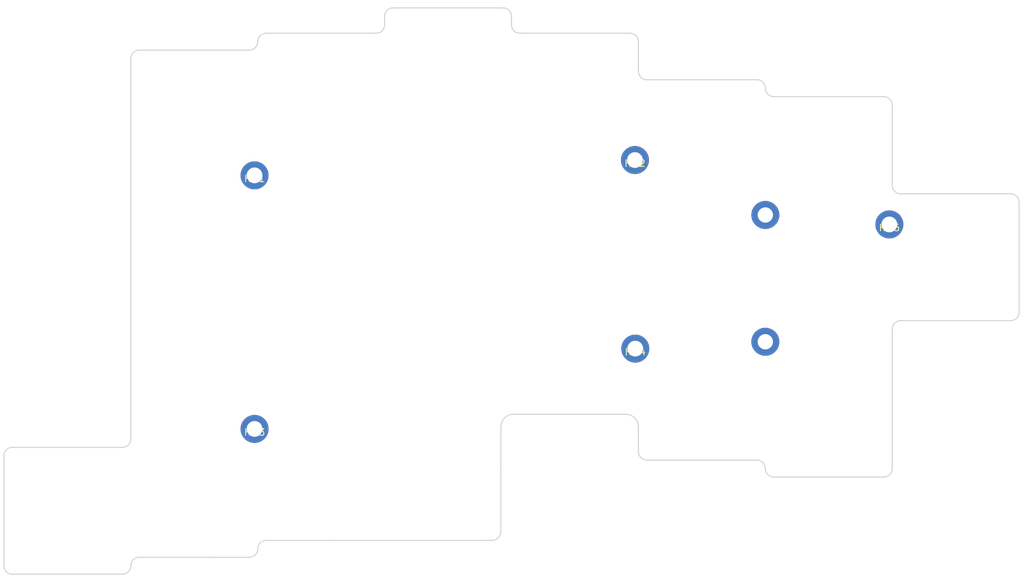
<source format=kicad_pcb>
(kicad_pcb (version 20211014) (generator pcbnew)
  (layers (0 "F.Cu" signal) (31 "B.Cu" signal) (34 "B.Paste" user) (35 "F.Paste" user) (36 "B.SilkS" user "B.Silkscreen") (37 "F.SilkS" user "F.Silkscreen") (38 "B.Mask" user) (39 "F.Mask" user) (44 "Edge.Cuts" user))
  (net 0 "")
  (net 1 "GND")
  (footprint "" (layer "F.Cu") (at 136.525 88.9)
    (fp_text reference "" (at 0 0) (layer "F.SilkS") (effects (font (size 1.27 1.27))))
    (fp_text value "" (at 0 0) (layer "F.SilkS") (effects (font (size 1.27 1.27))))
    (pad "" thru_hole circle (at 0 0) (size 4.2 4.2) (drill 2.3) (layers *.Cu *.Mask))
  )
  (footprint "kbd:M2_Hole_TH_mod" (layer "F.Cu") (at 59.85 101.995)
    (fp_text reference "HM3" (at 0 0.5) (layer "F.SilkS"))
    (fp_text value "CaseHole")
    (fp_circle (center 0 0) (end 1.15 0) (layer "Edge.Cuts") (width 0.1) (fill none))
    (pad "" thru_hole circle (at 0 0) (size 4.2 4.2) (drill 2.3) (layers *.Cu *.Mask))
  )
  (footprint "kbd:M2_Hole_TH_mod" (layer "F.Cu") (at 155.145948 71.270959)
    (fp_text reference "HM5" (at 0 0.5) (layer "F.SilkS"))
    (fp_text value "CaseHole")
    (fp_circle (center 0 0) (end 1.15 0) (layer "Edge.Cuts") (width 0.1) (fill none))
    (pad "" thru_hole circle (at 0 0) (size 4.2 4.2) (drill 2.3) (layers *.Cu *.Mask))
  )
  (footprint "kbd:M2_Hole_TH_mod" (layer "F.Cu") (at 116.95 61.595)
    (fp_text reference "HM2" (at 0 0.5) (layer "F.SilkS"))
    (fp_text value "CaseHole")
    (fp_circle (center 0 0) (end 1.15 0) (layer "Edge.Cuts") (width 0.1) (fill none))
    (pad "" thru_hole circle (at 0 0) (size 4.2 4.2) (drill 2.3) (layers *.Cu *.Mask))
  )
  (footprint "" (layer "F.Cu") (at 136.525 69.85)
    (fp_text reference "" (at 0 0) (layer "F.SilkS") (effects (font (size 1.27 1.27))))
    (fp_text value "" (at 0 0) (layer "F.SilkS") (effects (font (size 1.27 1.27))))
    (pad "" thru_hole circle (at 0 0) (size 4.2 4.2) (drill 2.3) (layers *.Cu *.Mask))
  )
  (footprint "kbd:M2_Hole_TH_mod" (layer "F.Cu") (at 117 89.93)
    (fp_text reference "HM4" (at 0 0.5) (layer "F.SilkS"))
    (fp_text value "CaseHole")
    (fp_circle (center 0 0) (end 1.15 0) (layer "Edge.Cuts") (width 0.1) (fill none))
    (pad "" thru_hole circle (at 0 0) (size 4.2 4.2) (drill 2.3) (layers *.Cu *.Mask))
  )
  (footprint "kbd:M2_Hole_TH_mod" (layer "F.Cu") (at 59.85 63.895)
    (fp_text reference "HM1" (at 0 0.5) (layer "F.SilkS"))
    (fp_text value "CaseHole")
    (fp_circle (center 0 0) (end 1.15 0) (layer "Edge.Cuts") (width 0.1) (fill none))
    (pad "" thru_hole circle (at 0 0) (size 4.2 4.2) (drill 2.3) (layers *.Cu *.Mask))
  )
  (gr_arc (start 97.155 38.735) (mid 98.053026 39.106974) (end 98.425 40.005) (layer "Edge.Cuts") (width 0.15))
  (gr_arc (start 99.695 42.545) (mid 98.796974 42.173026) (end 98.425 41.275) (layer "Edge.Cuts") (width 0.15))
  (gr_arc (start 116.205 42.545) (mid 117.103026 42.916974) (end 117.475 43.815) (layer "Edge.Cuts") (width 0.15))
  (gr_arc (start 118.745 49.53) (mid 117.846974 49.158026) (end 117.475 48.26) (layer "Edge.Cuts") (width 0.15))
  (gr_arc (start 118.745 106.68) (mid 117.846974 106.308026) (end 117.475 105.41) (layer "Edge.Cuts") (width 0.15))
  (gr_arc (start 174.625 84.455) (mid 174.253026 85.353026) (end 173.355 85.725) (layer "Edge.Cuts") (width 0.15))
  (gr_arc (start 173.355 66.675) (mid 174.253026 67.046974) (end 174.625 67.945) (layer "Edge.Cuts") (width 0.15))
  (gr_arc (start 154.305 52.07) (mid 155.203026 52.441974) (end 155.575 53.34) (layer "Edge.Cuts") (width 0.15))
  (gr_arc (start 41.275 122.55) (mid 40.903026 123.448026) (end 40.005 123.82) (layer "Edge.Cuts") (width 0.15))
  (gr_arc (start 155.575 107.95) (mid 155.203026 108.848026) (end 154.305 109.22) (layer "Edge.Cuts") (width 0.15))
  (gr_arc (start 137.795 109.22) (mid 136.896974 108.848026) (end 136.525 107.95) (layer "Edge.Cuts") (width 0.15))
  (gr_arc (start 60.325 120.015) (mid 59.953026 120.913026) (end 59.055 121.285) (layer "Edge.Cuts") (width 0.15))
  (gr_arc (start 60.325 120.015) (mid 60.696974 119.116974) (end 61.595 118.745) (layer "Edge.Cuts") (width 0.15))
  (gr_arc (start 79.375 40.005) (mid 79.746974 39.106974) (end 80.645 38.735) (layer "Edge.Cuts") (width 0.15))
  (gr_arc (start 22.225 106.04) (mid 22.596974 105.141974) (end 23.495 104.77) (layer "Edge.Cuts") (width 0.15))
  (gr_arc (start 79.375 41.275) (mid 79.003026 42.173026) (end 78.105 42.545) (layer "Edge.Cuts") (width 0.15))
  (gr_line (start 120.015 106.68) (end 118.745 106.68) (layer "Edge.Cuts") (width 0.15))
  (gr_line (start 41.275 103.5) (end 41.275 87.695) (layer "Edge.Cuts") (width 0.15))
  (gr_line (start 155.575 86.995) (end 155.575 107.95) (layer "Edge.Cuts") (width 0.15))
  (gr_line (start 41.275 78.645) (end 41.275 46.355) (layer "Edge.Cuts") (width 0.15))
  (gr_line (start 22.225 106.04) (end 22.225 112.225) (layer "Edge.Cuts") (width 0.15))
  (gr_line (start 117.475 105.41) (end 117.475 101.7) (layer "Edge.Cuts") (width 0.15))
  (gr_line (start 70.965 118.745) (end 61.595 118.745) (layer "Edge.Cuts") (width 0.15))
  (gr_line (start 29.845 104.77) (end 23.495 104.77) (layer "Edge.Cuts") (width 0.15))
  (gr_arc (start 23.495 123.82) (mid 22.596974 123.448026) (end 22.225 122.55) (layer "Edge.Cuts") (width 0.15))
  (gr_line (start 29.845 104.77) (end 33.655 104.77) (layer "Edge.Cuts") (width 0.15))
  (gr_line (start 115.57 99.795) (end 105.41 99.795) (layer "Edge.Cuts") (width 0.15))
  (gr_line (start 94.365 118.745) (end 95.639113 118.745) (layer "Edge.Cuts") (width 0.15))
  (gr_line (start 99.695 42.545) (end 116.205 42.545) (layer "Edge.Cuts") (width 0.15))
  (gr_line (start 94.365 118.745) (end 70.965 118.745) (layer "Edge.Cuts") (width 0.15))
  (gr_line (start 156.845 85.725) (end 173.355 85.725) (layer "Edge.Cuts") (width 0.15))
  (gr_line (start 147.955 52.07) (end 154.305 52.07) (layer "Edge.Cuts") (width 0.15))
  (gr_line (start 41.275 87.695) (end 41.275 78.645) (layer "Edge.Cuts") (width 0.15))
  (gr_line (start 59.055 121.285) (end 42.545 121.28) (layer "Edge.Cuts") (width 0.15))
  (gr_line (start 105.41 99.795) (end 98.745 99.795) (layer "Edge.Cuts") (width 0.15))
  (gr_line (start 79.375 40.005) (end 79.375 41.275) (layer "Edge.Cuts") (width 0.15))
  (gr_line (start 59.055 45.085) (end 42.545 45.085) (layer "Edge.Cuts") (width 0.15))
  (gr_line (start 154.305 109.22) (end 137.795 109.22) (layer "Edge.Cuts") (width 0.15))
  (gr_arc (start 41.275 103.5) (mid 40.903026 104.398026) (end 40.005 104.77) (layer "Edge.Cuts") (width 0.15))
  (gr_line (start 96.825 107.965) (end 96.825 117.365) (layer "Edge.Cuts") (width 0.15))
  (gr_line (start 174.625 67.945) (end 174.625 74.295) (layer "Edge.Cuts") (width 0.15))
  (gr_arc (start 156.845 66.674974) (mid 155.946974 66.303) (end 155.575 65.404974) (layer "Edge.Cuts") (width 0.15))
  (gr_line (start 97.155 38.735) (end 80.645 38.735) (layer "Edge.Cuts") (width 0.15))
  (gr_arc (start 96.825 101.7) (mid 97.382962 100.352962) (end 98.73 99.795) (layer "Edge.Cuts") (width 0.15))
  (gr_arc (start 135.255 106.68) (mid 136.153026 107.051974) (end 136.525 107.95) (layer "Edge.Cuts") (width 0.15))
  (gr_arc (start 115.57 99.795) (mid 116.917038 100.352962) (end 117.475 101.7) (layer "Edge.Cuts") (width 0.15))
  (gr_arc (start 135.255 49.53) (mid 136.153026 49.901974) (end 136.525 50.8) (layer "Edge.Cuts") (width 0.15))
  (gr_line (start 117.475 43.815) (end 117.475 48.26) (layer "Edge.Cuts") (width 0.15))
  (gr_line (start 33.655 104.77) (end 40.005 104.77) (layer "Edge.Cuts") (width 0.15))
  (gr_line (start 174.625 84.455) (end 174.625 74.295) (layer "Edge.Cuts") (width 0.15))
  (gr_arc (start 96.825 117.365) (mid 96.4878 118.27477) (end 95.639113 118.745) (layer "Edge.Cuts") (width 0.15))
  (gr_line (start 22.225 116.025) (end 22.225 122.55) (layer "Edge.Cuts") (width 0.15))
  (gr_arc (start 41.275 122.55) (mid 41.646974 121.651974) (end 42.545 121.28) (layer "Edge.Cuts") (width 0.15))
  (gr_line (start 155.575 53.34) (end 155.575 65.404974) (layer "Edge.Cuts") (width 0.15))
  (gr_arc (start 60.325 43.815) (mid 60.696974 42.916974) (end 61.595 42.545) (layer "Edge.Cuts") (width 0.15))
  (gr_line (start 144.145 52.07) (end 137.795 52.07) (layer "Edge.Cuts") (width 0.15))
  (gr_line (start 22.225 116.025) (end 22.225 112.225) (layer "Edge.Cuts") (width 0.15))
  (gr_line (start 23.495 123.82) (end 40.005 123.82) (layer "Edge.Cuts") (width 0.15))
  (gr_line (start 156.845 66.674974) (end 173.355 66.675) (layer "Edge.Cuts") (width 0.15))
  (gr_line (start 135.255 106.68) (end 120.015 106.68) (layer "Edge.Cuts") (width 0.15))
  (gr_line (start 118.745 49.53) (end 135.255 49.53) (layer "Edge.Cuts") (width 0.15))
  (gr_line (start 96.825 101.7) (end 96.825 107.965) (layer "Edge.Cuts") (width 0.15))
  (gr_arc (start 137.795 52.07) (mid 136.896974 51.698026) (end 136.525 50.8) (layer "Edge.Cuts") (width 0.15))
  (gr_arc (start 155.575 86.995) (mid 155.946974 86.096974) (end 156.845 85.725) (layer "Edge.Cuts") (width 0.15))
  (gr_line (start 78.105 42.545) (end 61.595 42.545) (layer "Edge.Cuts") (width 0.15))
  (gr_line (start 98.425 40.005) (end 98.425 41.275) (layer "Edge.Cuts") (width 0.15))
  (gr_arc (start 60.325 43.815) (mid 59.953026 44.713026) (end 59.055 45.085) (layer "Edge.Cuts") (width 0.15))
  (gr_arc (start 41.275 46.355) (mid 41.646974 45.456974) (end 42.545 45.085) (layer "Edge.Cuts") (width 0.15))
  (gr_line (start 144.145 52.07) (end 147.955 52.07) (layer "Edge.Cuts") (width 0.15))
)
</source>
